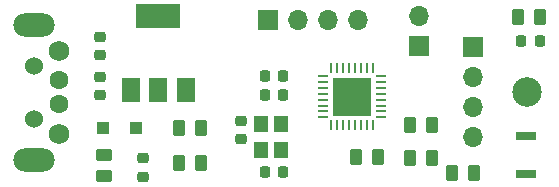
<source format=gbr>
G04 #@! TF.GenerationSoftware,KiCad,Pcbnew,6.0.4+dfsg-1*
G04 #@! TF.CreationDate,2022-04-07T16:59:10-04:00*
G04 #@! TF.ProjectId,PortaNet,506f7274-614e-4657-942e-6b696361645f,rev?*
G04 #@! TF.SameCoordinates,Original*
G04 #@! TF.FileFunction,Soldermask,Top*
G04 #@! TF.FilePolarity,Negative*
%FSLAX46Y46*%
G04 Gerber Fmt 4.6, Leading zero omitted, Abs format (unit mm)*
G04 Created by KiCad (PCBNEW 6.0.4+dfsg-1) date 2022-04-07 16:59:10*
%MOMM*%
%LPD*%
G01*
G04 APERTURE LIST*
G04 Aperture macros list*
%AMRoundRect*
0 Rectangle with rounded corners*
0 $1 Rounding radius*
0 $2 $3 $4 $5 $6 $7 $8 $9 X,Y pos of 4 corners*
0 Add a 4 corners polygon primitive as box body*
4,1,4,$2,$3,$4,$5,$6,$7,$8,$9,$2,$3,0*
0 Add four circle primitives for the rounded corners*
1,1,$1+$1,$2,$3*
1,1,$1+$1,$4,$5*
1,1,$1+$1,$6,$7*
1,1,$1+$1,$8,$9*
0 Add four rect primitives between the rounded corners*
20,1,$1+$1,$2,$3,$4,$5,0*
20,1,$1+$1,$4,$5,$6,$7,0*
20,1,$1+$1,$6,$7,$8,$9,0*
20,1,$1+$1,$8,$9,$2,$3,0*%
G04 Aperture macros list end*
%ADD10RoundRect,0.218750X0.218750X0.256250X-0.218750X0.256250X-0.218750X-0.256250X0.218750X-0.256250X0*%
%ADD11RoundRect,0.187500X0.687500X0.187500X-0.687500X0.187500X-0.687500X-0.187500X0.687500X-0.187500X0*%
%ADD12C,2.500000*%
%ADD13RoundRect,0.250000X-0.262500X-0.450000X0.262500X-0.450000X0.262500X0.450000X-0.262500X0.450000X0*%
%ADD14RoundRect,0.225000X0.225000X0.250000X-0.225000X0.250000X-0.225000X-0.250000X0.225000X-0.250000X0*%
%ADD15C,1.524000*%
%ADD16C,1.750000*%
%ADD17C,1.600000*%
%ADD18O,3.500000X2.000000*%
%ADD19RoundRect,0.250000X0.262500X0.450000X-0.262500X0.450000X-0.262500X-0.450000X0.262500X-0.450000X0*%
%ADD20RoundRect,0.062500X0.062500X-0.375000X0.062500X0.375000X-0.062500X0.375000X-0.062500X-0.375000X0*%
%ADD21RoundRect,0.062500X0.375000X-0.062500X0.375000X0.062500X-0.375000X0.062500X-0.375000X-0.062500X0*%
%ADD22R,3.300000X3.300000*%
%ADD23RoundRect,0.225000X-0.250000X0.225000X-0.250000X-0.225000X0.250000X-0.225000X0.250000X0.225000X0*%
%ADD24RoundRect,0.218750X0.256250X-0.218750X0.256250X0.218750X-0.256250X0.218750X-0.256250X-0.218750X0*%
%ADD25R,1.700000X1.700000*%
%ADD26O,1.700000X1.700000*%
%ADD27R,1.500000X2.000000*%
%ADD28R,3.800000X2.000000*%
%ADD29R,1.200000X1.400000*%
%ADD30RoundRect,0.250000X0.450000X-0.262500X0.450000X0.262500X-0.450000X0.262500X-0.450000X-0.262500X0*%
%ADD31RoundRect,0.225000X0.250000X-0.225000X0.250000X0.225000X-0.250000X0.225000X-0.250000X-0.225000X0*%
%ADD32R,1.100000X1.100000*%
G04 APERTURE END LIST*
D10*
X167284500Y-66802000D03*
X165709500Y-66802000D03*
D11*
X166089000Y-78041500D03*
X166089000Y-74841500D03*
D12*
X166243000Y-71120000D03*
D13*
X136755500Y-74168000D03*
X138580500Y-74168000D03*
D14*
X145555000Y-71374000D03*
X144005000Y-71374000D03*
D15*
X124460000Y-68870000D03*
X124460000Y-73370000D03*
D16*
X126560000Y-74620000D03*
D17*
X126560000Y-72120000D03*
X126560000Y-70120000D03*
D16*
X126560000Y-67620000D03*
D18*
X124460000Y-76820000D03*
X124460000Y-65420000D03*
D13*
X136755500Y-77089000D03*
X138580500Y-77089000D03*
D14*
X145555000Y-69723000D03*
X144005000Y-69723000D03*
D19*
X167282500Y-64770000D03*
X165457500Y-64770000D03*
X161694500Y-77978000D03*
X159869500Y-77978000D03*
D20*
X149634000Y-73938500D03*
X150134000Y-73938500D03*
X150634000Y-73938500D03*
X151134000Y-73938500D03*
X151634000Y-73938500D03*
X152134000Y-73938500D03*
X152634000Y-73938500D03*
X153134000Y-73938500D03*
D21*
X153821500Y-73251000D03*
X153821500Y-72751000D03*
X153821500Y-72251000D03*
X153821500Y-71751000D03*
X153821500Y-71251000D03*
X153821500Y-70751000D03*
X153821500Y-70251000D03*
X153821500Y-69751000D03*
D20*
X153134000Y-69063500D03*
X152634000Y-69063500D03*
X152134000Y-69063500D03*
X151634000Y-69063500D03*
X151134000Y-69063500D03*
X150634000Y-69063500D03*
X150134000Y-69063500D03*
X149634000Y-69063500D03*
D21*
X148946500Y-69751000D03*
X148946500Y-70251000D03*
X148946500Y-70751000D03*
X148946500Y-71251000D03*
X148946500Y-71751000D03*
X148946500Y-72251000D03*
X148946500Y-72751000D03*
X148946500Y-73251000D03*
D22*
X151384000Y-71501000D03*
D23*
X130048000Y-69837000D03*
X130048000Y-71387000D03*
D13*
X156313500Y-73914000D03*
X158138500Y-73914000D03*
D24*
X133731000Y-78257500D03*
X133731000Y-76682500D03*
D25*
X144287000Y-64999000D03*
D26*
X146827000Y-64999000D03*
X149367000Y-64999000D03*
X151907000Y-64999000D03*
D27*
X132701000Y-70968000D03*
X135001000Y-70968000D03*
D28*
X135001000Y-64668000D03*
D27*
X137301000Y-70968000D03*
D19*
X158138500Y-76708000D03*
X156313500Y-76708000D03*
D25*
X157099000Y-67188000D03*
D26*
X157099000Y-64648000D03*
D29*
X143676000Y-73830000D03*
X143676000Y-76030000D03*
X145376000Y-76030000D03*
X145376000Y-73830000D03*
D14*
X145555000Y-77851000D03*
X144005000Y-77851000D03*
D25*
X161671000Y-67310000D03*
D26*
X161671000Y-69850000D03*
X161671000Y-72390000D03*
X161671000Y-74930000D03*
D30*
X130429000Y-78255500D03*
X130429000Y-76430500D03*
D23*
X141986000Y-73520000D03*
X141986000Y-75070000D03*
D31*
X130048000Y-67958000D03*
X130048000Y-66408000D03*
D32*
X133099000Y-74168000D03*
X130299000Y-74168000D03*
D19*
X153566500Y-76581000D03*
X151741500Y-76581000D03*
M02*

</source>
